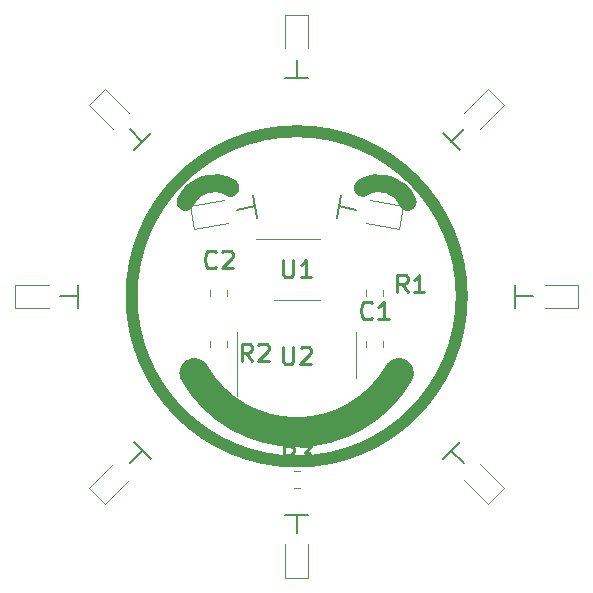
<source format=gbr>
G04 #@! TF.GenerationSoftware,KiCad,Pcbnew,5.1.5-52549c5~86~ubuntu19.04.1*
G04 #@! TF.CreationDate,2020-07-03T08:07:59-07:00*
G04 #@! TF.ProjectId,smd-star,736d642d-7374-4617-922e-6b696361645f,rev?*
G04 #@! TF.SameCoordinates,Original*
G04 #@! TF.FileFunction,Legend,Top*
G04 #@! TF.FilePolarity,Positive*
%FSLAX46Y46*%
G04 Gerber Fmt 4.6, Leading zero omitted, Abs format (unit mm)*
G04 Created by KiCad (PCBNEW 5.1.5-52549c5~86~ubuntu19.04.1) date 2020-07-03 08:07:59*
%MOMM*%
%LPD*%
G04 APERTURE LIST*
%ADD10C,2.500000*%
%ADD11C,1.500000*%
%ADD12C,1.000000*%
%ADD13C,0.200000*%
%ADD14C,0.120000*%
%ADD15C,0.250000*%
G04 APERTURE END LIST*
D10*
X8660127Y-6499780D02*
G75*
G02X-8660000Y-6500000I-8660127J4999780D01*
G01*
D11*
X5598784Y9187920D02*
G75*
G02X9397999Y8000000I1401216J-2187920D01*
G01*
X-5598784Y9187920D02*
G75*
G03X-9397999Y8000000I-1401216J-2187920D01*
G01*
D12*
X13979233Y0D02*
G75*
G03X13979233Y0I-13979233J0D01*
G01*
D13*
X3379525Y6622961D02*
X3726821Y8592576D01*
X5030384Y7347296D02*
X3553173Y7607769D01*
D14*
X8998445Y7622430D02*
X6181894Y8119064D01*
X8665040Y5731599D02*
X8998445Y7622430D01*
X5848490Y6228233D02*
X8665040Y5731599D01*
D13*
X-3726821Y8592576D02*
X-3379525Y6622961D01*
X-5030384Y7347296D02*
X-3553173Y7607769D01*
D14*
X-8665040Y5731599D02*
X-5848490Y6228233D01*
X-8998445Y7622430D02*
X-8665040Y5731599D01*
X-6181894Y8119064D02*
X-8998445Y7622430D01*
X-5060000Y-5000000D02*
X-5060000Y-8450000D01*
X-5060000Y-5000000D02*
X-5060000Y-3050000D01*
X5060000Y-5000000D02*
X5060000Y-6950000D01*
X5060000Y-5000000D02*
X5060000Y-3050000D01*
X0Y4846000D02*
X-3450000Y4846000D01*
X0Y4846000D02*
X1950000Y4846000D01*
X0Y-274000D02*
X-1950000Y-274000D01*
X0Y-274000D02*
X1950000Y-274000D01*
X-261252Y-16210000D02*
X261252Y-16210000D01*
X-261252Y-14790000D02*
X261252Y-14790000D01*
X-5890000Y-4325252D02*
X-5890000Y-3802748D01*
X-7310000Y-4325252D02*
X-7310000Y-3802748D01*
X5890000Y515252D02*
X5890000Y-7252D01*
X7310000Y515252D02*
X7310000Y-7252D01*
D13*
X13788233Y12374019D02*
X12374019Y13788233D01*
X14141786Y14141786D02*
X13081126Y13081126D01*
D14*
X16192396Y17550041D02*
X14170071Y15527716D01*
X17550041Y16192396D02*
X16192396Y17550041D01*
X15527716Y14170071D02*
X17550041Y16192396D01*
D13*
X18500000Y-1000000D02*
X18500000Y1000000D01*
X20000000Y0D02*
X18500000Y0D01*
D14*
X23860000Y960000D02*
X21000000Y960000D01*
X23860000Y-960000D02*
X23860000Y960000D01*
X21000000Y-960000D02*
X23860000Y-960000D01*
D13*
X12374019Y-13788233D02*
X13788233Y-12374019D01*
X14141786Y-14141786D02*
X13081126Y-13081126D01*
D14*
X17550041Y-16192396D02*
X15527716Y-14170071D01*
X16192396Y-17550041D02*
X17550041Y-16192396D01*
X14170071Y-15527716D02*
X16192396Y-17550041D01*
D13*
X-1000000Y-18500000D02*
X1000000Y-18500000D01*
X0Y-20000000D02*
X0Y-18500000D01*
D14*
X960000Y-23860000D02*
X960000Y-21000000D01*
X-960000Y-23860000D02*
X960000Y-23860000D01*
X-960000Y-21000000D02*
X-960000Y-23860000D01*
D13*
X-13788233Y-12374019D02*
X-12374019Y-13788233D01*
X-14141786Y-14141786D02*
X-13081126Y-13081126D01*
D14*
X-16192396Y-17550041D02*
X-14170071Y-15527716D01*
X-17550041Y-16192396D02*
X-16192396Y-17550041D01*
X-15527716Y-14170071D02*
X-17550041Y-16192396D01*
D13*
X-18500000Y1000000D02*
X-18500000Y-1000000D01*
X-20000000Y0D02*
X-18500000Y0D01*
D14*
X-23860000Y-960000D02*
X-21000000Y-960000D01*
X-23860000Y960000D02*
X-23860000Y-960000D01*
X-21000000Y960000D02*
X-23860000Y960000D01*
D13*
X-12374019Y13788233D02*
X-13788233Y12374019D01*
X-14141786Y14141786D02*
X-13081126Y13081126D01*
D14*
X-17550041Y16192396D02*
X-15527716Y14170071D01*
X-16192396Y17550041D02*
X-17550041Y16192396D01*
X-14170071Y15527716D02*
X-16192396Y17550041D01*
D13*
X1000000Y18500000D02*
X-1000000Y18500000D01*
X0Y20000000D02*
X0Y18500000D01*
D14*
X-960000Y23860000D02*
X-960000Y21000000D01*
X960000Y23860000D02*
X-960000Y23860000D01*
X960000Y21000000D02*
X960000Y23860000D01*
X-5890000Y-7252D02*
X-5890000Y515252D01*
X-7310000Y-7252D02*
X-7310000Y515252D01*
X5890000Y-3802748D02*
X5890000Y-4325252D01*
X7310000Y-3802748D02*
X7310000Y-4325252D01*
D15*
X-1142857Y-4258571D02*
X-1142857Y-5472857D01*
X-1071428Y-5615714D01*
X-999999Y-5687142D01*
X-857142Y-5758571D01*
X-571428Y-5758571D01*
X-428571Y-5687142D01*
X-357142Y-5615714D01*
X-285714Y-5472857D01*
X-285714Y-4258571D01*
X357142Y-4401428D02*
X428571Y-4330000D01*
X571428Y-4258571D01*
X928571Y-4258571D01*
X1071428Y-4330000D01*
X1142857Y-4401428D01*
X1214285Y-4544285D01*
X1214285Y-4687142D01*
X1142857Y-4901428D01*
X285714Y-5758571D01*
X1214285Y-5758571D01*
X-1142857Y3107428D02*
X-1142857Y1893142D01*
X-1071428Y1750285D01*
X-999999Y1678857D01*
X-857142Y1607428D01*
X-571428Y1607428D01*
X-428571Y1678857D01*
X-357142Y1750285D01*
X-285714Y1893142D01*
X-285714Y3107428D01*
X1214285Y1607428D02*
X357142Y1607428D01*
X785714Y1607428D02*
X785714Y3107428D01*
X642857Y2893142D01*
X499999Y2750285D01*
X357142Y2678857D01*
X-250000Y-14152571D02*
X-749999Y-13438285D01*
X-1107142Y-14152571D02*
X-1107142Y-12652571D01*
X-535714Y-12652571D01*
X-392857Y-12724000D01*
X-321428Y-12795428D01*
X-250000Y-12938285D01*
X-250000Y-13152571D01*
X-321428Y-13295428D01*
X-392857Y-13366857D01*
X-535714Y-13438285D01*
X-1107142Y-13438285D01*
X250000Y-12652571D02*
X1178571Y-12652571D01*
X678571Y-13224000D01*
X892857Y-13224000D01*
X1035714Y-13295428D01*
X1107142Y-13366857D01*
X1178571Y-13509714D01*
X1178571Y-13866857D01*
X1107142Y-14009714D01*
X1035714Y-14081142D01*
X892857Y-14152571D01*
X464285Y-14152571D01*
X321428Y-14081142D01*
X250000Y-14009714D01*
X-3806000Y-5504571D02*
X-4306000Y-4790285D01*
X-4663142Y-5504571D02*
X-4663142Y-4004571D01*
X-4091714Y-4004571D01*
X-3948857Y-4076000D01*
X-3877428Y-4147428D01*
X-3806000Y-4290285D01*
X-3806000Y-4504571D01*
X-3877428Y-4647428D01*
X-3948857Y-4718857D01*
X-4091714Y-4790285D01*
X-4663142Y-4790285D01*
X-3234571Y-4147428D02*
X-3163142Y-4076000D01*
X-3020285Y-4004571D01*
X-2663142Y-4004571D01*
X-2520285Y-4076000D01*
X-2448857Y-4147428D01*
X-2377428Y-4290285D01*
X-2377428Y-4433142D01*
X-2448857Y-4647428D01*
X-3306000Y-5504571D01*
X-2377428Y-5504571D01*
X9394000Y337428D02*
X8894000Y1051714D01*
X8536857Y337428D02*
X8536857Y1837428D01*
X9108285Y1837428D01*
X9251142Y1766000D01*
X9322571Y1694571D01*
X9394000Y1551714D01*
X9394000Y1337428D01*
X9322571Y1194571D01*
X9251142Y1123142D01*
X9108285Y1051714D01*
X8536857Y1051714D01*
X10822571Y337428D02*
X9965428Y337428D01*
X10394000Y337428D02*
X10394000Y1837428D01*
X10251142Y1623142D01*
X10108285Y1480285D01*
X9965428Y1408857D01*
X-6854000Y2512285D02*
X-6925428Y2440857D01*
X-7139714Y2369428D01*
X-7282571Y2369428D01*
X-7496857Y2440857D01*
X-7639714Y2583714D01*
X-7711142Y2726571D01*
X-7782571Y3012285D01*
X-7782571Y3226571D01*
X-7711142Y3512285D01*
X-7639714Y3655142D01*
X-7496857Y3798000D01*
X-7282571Y3869428D01*
X-7139714Y3869428D01*
X-6925428Y3798000D01*
X-6854000Y3726571D01*
X-6282571Y3726571D02*
X-6211142Y3798000D01*
X-6068285Y3869428D01*
X-5711142Y3869428D01*
X-5568285Y3798000D01*
X-5496857Y3726571D01*
X-5425428Y3583714D01*
X-5425428Y3440857D01*
X-5496857Y3226571D01*
X-6354000Y2369428D01*
X-5425428Y2369428D01*
X6354000Y-1805714D02*
X6282571Y-1877142D01*
X6068285Y-1948571D01*
X5925428Y-1948571D01*
X5711142Y-1877142D01*
X5568285Y-1734285D01*
X5496857Y-1591428D01*
X5425428Y-1305714D01*
X5425428Y-1091428D01*
X5496857Y-805714D01*
X5568285Y-662857D01*
X5711142Y-520000D01*
X5925428Y-448571D01*
X6068285Y-448571D01*
X6282571Y-520000D01*
X6354000Y-591428D01*
X7782571Y-1948571D02*
X6925428Y-1948571D01*
X7354000Y-1948571D02*
X7354000Y-448571D01*
X7211142Y-662857D01*
X7068285Y-805714D01*
X6925428Y-877142D01*
M02*

</source>
